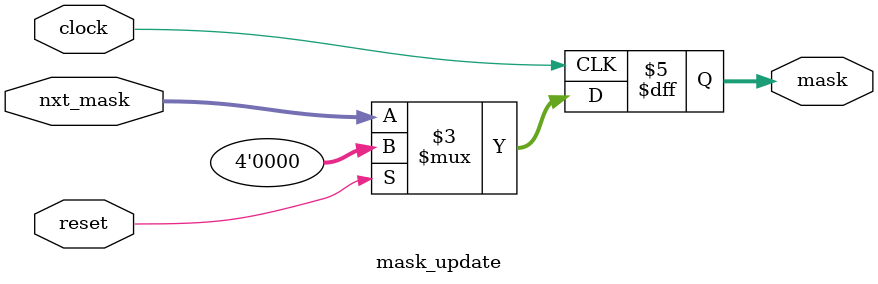
<source format=sv>

module round_robin_arbiter #(parameter WIDTH=4) (
  input wire clock, reset,
  input wire [WIDTH-1:0] request,
  output wire [WIDTH-1:0] grant
);
  wire [WIDTH-1:0] masked_req;
  wire [WIDTH-1:0] priority_req;
  wire [WIDTH-1:0] prefix_subtractor_output;
  wire [WIDTH-1:0] mask, nxt_mask;

  // 实例化请求掩码模块
  request_masking #(.WIDTH(WIDTH)) req_mask_inst (
    .request(request),
    .mask(mask),
    .masked_req(masked_req),
    .priority_req(priority_req)
  );

  // 实例化前缀减法器模块
  prefix_subtractor #(.WIDTH(WIDTH)) prefix_sub_inst (
    .priority_req(priority_req),
    .subtractor_output(prefix_subtractor_output)
  );

  // 实例化授权生成模块
  grant_generator #(.WIDTH(WIDTH)) grant_gen_inst (
    .masked_req(masked_req),
    .request(request),
    .prefix_subtractor_output(prefix_subtractor_output),
    .grant(grant),
    .nxt_mask(nxt_mask)
  );

  // 实例化掩码更新模块
  mask_update #(.WIDTH(WIDTH)) mask_update_inst (
    .clock(clock),
    .reset(reset),
    .nxt_mask(nxt_mask),
    .mask(mask)
  );
endmodule

// 请求掩码模块 - 处理请求掩码逻辑
module request_masking #(parameter WIDTH=4) (
  input wire [WIDTH-1:0] request,
  input wire [WIDTH-1:0] mask,
  output wire [WIDTH-1:0] masked_req,
  output wire [WIDTH-1:0] priority_req
);
  // 掩码应用于请求信号
  assign masked_req = request & ~mask;
  
  // 确定优先级请求 - 如果掩码请求有效则使用它，否则使用原始请求
  assign priority_req = |masked_req ? masked_req : request;
endmodule

// 前缀减法器模块 - 实现并行前缀减法运算
module prefix_subtractor #(parameter WIDTH=4) (
  input wire [WIDTH-1:0] priority_req,
  output wire [WIDTH-1:0] subtractor_output
);
  // 使用并行前缀减法器实现（减1操作）生成独热码
  // 利用补码算术特性: x & (-x) 提取最低有效位
  assign subtractor_output = priority_req & (~priority_req + 1'b1);
endmodule

// 授权生成模块 - 生成最终的授权信号
module grant_generator #(parameter WIDTH=4) (
  input wire [WIDTH-1:0] masked_req,
  input wire [WIDTH-1:0] request,
  input wire [WIDTH-1:0] prefix_subtractor_output,
  output wire [WIDTH-1:0] grant,
  output wire [WIDTH-1:0] nxt_mask
);
  wire [WIDTH-1:0] grant_masked, grant_unmasked;
  reg [WIDTH-1:0] next_mask_reg;
  
  // 根据掩码请求和原始请求分别计算授权
  assign grant_masked = |masked_req ? prefix_subtractor_output : {WIDTH{1'b0}};
  assign grant_unmasked = |masked_req ? {WIDTH{1'b0}} : (|request ? prefix_subtractor_output : {WIDTH{1'b0}});
  
  // 合并两种授权情况
  assign grant = grant_masked | grant_unmasked;
  
  // 计算下一个掩码值
  always @(*) begin
    if (|grant)
      next_mask_reg = {grant[WIDTH-2:0], grant[WIDTH-1]};
    else
      next_mask_reg = nxt_mask;
  end
  
  assign nxt_mask = next_mask_reg;
endmodule

// 掩码更新模块 - 处理掩码的时序更新
module mask_update #(parameter WIDTH=4) (
  input wire clock, reset,
  input wire [WIDTH-1:0] nxt_mask,
  output reg [WIDTH-1:0] mask
);
  // 在时钟上升沿更新掩码
  always @(posedge clock) begin
    if (reset)
      mask <= {WIDTH{1'b0}};
    else
      mask <= nxt_mask;
  end
endmodule
</source>
